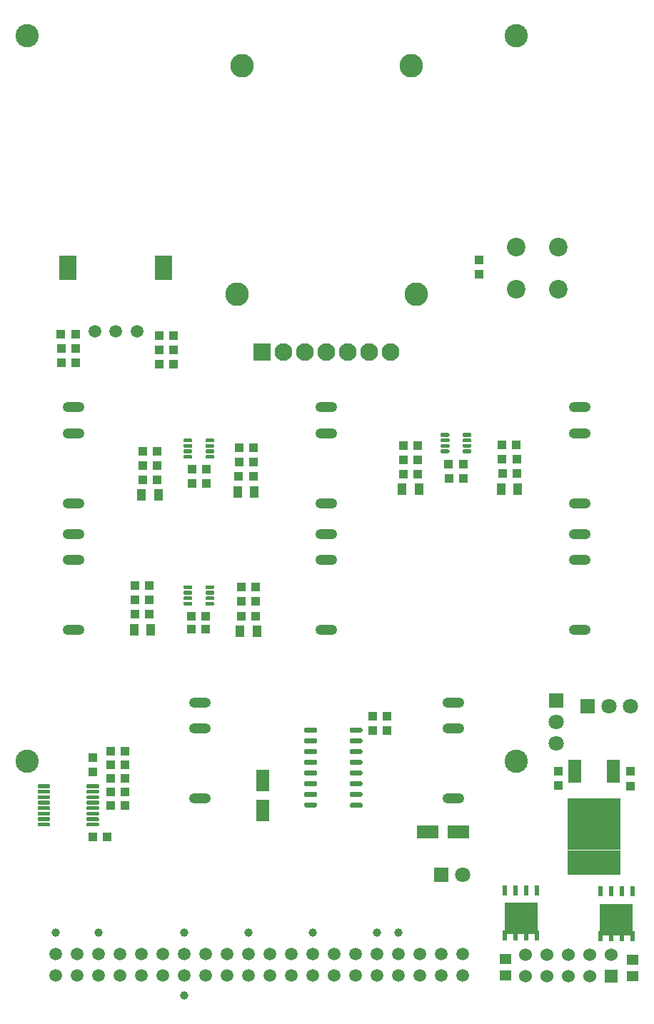
<source format=gts>
%TF.GenerationSoftware,KiCad,Pcbnew,6.0.10-86aedd382b~118~ubuntu22.04.1*%
%TF.CreationDate,2023-01-11T08:47:55-08:00*%
%TF.ProjectId,shield,73686965-6c64-42e6-9b69-6361645f7063,rev?*%
%TF.SameCoordinates,Original*%
%TF.FileFunction,Soldermask,Top*%
%TF.FilePolarity,Negative*%
%FSLAX46Y46*%
G04 Gerber Fmt 4.6, Leading zero omitted, Abs format (unit mm)*
G04 Created by KiCad (PCBNEW 6.0.10-86aedd382b~118~ubuntu22.04.1) date 2023-01-11 08:47:55*
%MOMM*%
%LPD*%
G01*
G04 APERTURE LIST*
%ADD10C,2.760000*%
%ADD11R,1.600000X2.600000*%
%ADD12O,2.600000X1.200000*%
%ADD13R,1.100000X1.000000*%
%ADD14R,1.800000X1.800000*%
%ADD15C,1.800000*%
%ADD16R,1.000000X1.100000*%
%ADD17R,0.610000X1.270000*%
%ADD18R,3.910000X3.750000*%
%ADD19C,2.800000*%
%ADD20R,2.100000X2.100000*%
%ADD21C,2.100000*%
%ADD22R,1.470000X1.285000*%
%ADD23R,1.000000X1.450000*%
%ADD24R,1.500000X2.800000*%
%ADD25C,1.000000*%
%ADD26R,6.300000X6.100000*%
%ADD27R,6.300000X3.000000*%
%ADD28R,2.600000X1.600000*%
%ADD29R,2.000000X3.000000*%
%ADD30C,1.500000*%
%ADD31C,2.200000*%
%ADD32R,1.524000X1.524000*%
%ADD33C,1.524000*%
G04 APERTURE END LIST*
D10*
X82500000Y-130500000D03*
X24500000Y-44500000D03*
X24500000Y-130500000D03*
X82500000Y-44500000D03*
D11*
X52420000Y-132760000D03*
X52420000Y-136360000D03*
D12*
X45000000Y-123520000D03*
X45000000Y-126620000D03*
X45000000Y-134920000D03*
D13*
X69115000Y-93070000D03*
X70815000Y-93070000D03*
X34395000Y-129282500D03*
X36095000Y-129282500D03*
X28520000Y-83260000D03*
X30220000Y-83260000D03*
X38990000Y-113045000D03*
X37290000Y-113045000D03*
X76180000Y-95250000D03*
X74480000Y-95250000D03*
X30220000Y-81570000D03*
X28520000Y-81570000D03*
G36*
G01*
X31520000Y-133562500D02*
X31520000Y-133337500D01*
G75*
G02*
X31632500Y-133225000I112500J0D01*
G01*
X32907500Y-133225000D01*
G75*
G02*
X33020000Y-133337500I0J-112500D01*
G01*
X33020000Y-133562500D01*
G75*
G02*
X32907500Y-133675000I-112500J0D01*
G01*
X31632500Y-133675000D01*
G75*
G02*
X31520000Y-133562500I0J112500D01*
G01*
G37*
G36*
G01*
X31520000Y-134212500D02*
X31520000Y-133987500D01*
G75*
G02*
X31632500Y-133875000I112500J0D01*
G01*
X32907500Y-133875000D01*
G75*
G02*
X33020000Y-133987500I0J-112500D01*
G01*
X33020000Y-134212500D01*
G75*
G02*
X32907500Y-134325000I-112500J0D01*
G01*
X31632500Y-134325000D01*
G75*
G02*
X31520000Y-134212500I0J112500D01*
G01*
G37*
G36*
G01*
X31520000Y-134862500D02*
X31520000Y-134637500D01*
G75*
G02*
X31632500Y-134525000I112500J0D01*
G01*
X32907500Y-134525000D01*
G75*
G02*
X33020000Y-134637500I0J-112500D01*
G01*
X33020000Y-134862500D01*
G75*
G02*
X32907500Y-134975000I-112500J0D01*
G01*
X31632500Y-134975000D01*
G75*
G02*
X31520000Y-134862500I0J112500D01*
G01*
G37*
G36*
G01*
X31520000Y-135512500D02*
X31520000Y-135287500D01*
G75*
G02*
X31632500Y-135175000I112500J0D01*
G01*
X32907500Y-135175000D01*
G75*
G02*
X33020000Y-135287500I0J-112500D01*
G01*
X33020000Y-135512500D01*
G75*
G02*
X32907500Y-135625000I-112500J0D01*
G01*
X31632500Y-135625000D01*
G75*
G02*
X31520000Y-135512500I0J112500D01*
G01*
G37*
G36*
G01*
X31520000Y-136162500D02*
X31520000Y-135937500D01*
G75*
G02*
X31632500Y-135825000I112500J0D01*
G01*
X32907500Y-135825000D01*
G75*
G02*
X33020000Y-135937500I0J-112500D01*
G01*
X33020000Y-136162500D01*
G75*
G02*
X32907500Y-136275000I-112500J0D01*
G01*
X31632500Y-136275000D01*
G75*
G02*
X31520000Y-136162500I0J112500D01*
G01*
G37*
G36*
G01*
X31520000Y-136812500D02*
X31520000Y-136587500D01*
G75*
G02*
X31632500Y-136475000I112500J0D01*
G01*
X32907500Y-136475000D01*
G75*
G02*
X33020000Y-136587500I0J-112500D01*
G01*
X33020000Y-136812500D01*
G75*
G02*
X32907500Y-136925000I-112500J0D01*
G01*
X31632500Y-136925000D01*
G75*
G02*
X31520000Y-136812500I0J112500D01*
G01*
G37*
G36*
G01*
X31520000Y-137462500D02*
X31520000Y-137237500D01*
G75*
G02*
X31632500Y-137125000I112500J0D01*
G01*
X32907500Y-137125000D01*
G75*
G02*
X33020000Y-137237500I0J-112500D01*
G01*
X33020000Y-137462500D01*
G75*
G02*
X32907500Y-137575000I-112500J0D01*
G01*
X31632500Y-137575000D01*
G75*
G02*
X31520000Y-137462500I0J112500D01*
G01*
G37*
G36*
G01*
X31520000Y-138112500D02*
X31520000Y-137887500D01*
G75*
G02*
X31632500Y-137775000I112500J0D01*
G01*
X32907500Y-137775000D01*
G75*
G02*
X33020000Y-137887500I0J-112500D01*
G01*
X33020000Y-138112500D01*
G75*
G02*
X32907500Y-138225000I-112500J0D01*
G01*
X31632500Y-138225000D01*
G75*
G02*
X31520000Y-138112500I0J112500D01*
G01*
G37*
G36*
G01*
X25720000Y-138112500D02*
X25720000Y-137887500D01*
G75*
G02*
X25832500Y-137775000I112500J0D01*
G01*
X27107500Y-137775000D01*
G75*
G02*
X27220000Y-137887500I0J-112500D01*
G01*
X27220000Y-138112500D01*
G75*
G02*
X27107500Y-138225000I-112500J0D01*
G01*
X25832500Y-138225000D01*
G75*
G02*
X25720000Y-138112500I0J112500D01*
G01*
G37*
G36*
G01*
X25720000Y-137462500D02*
X25720000Y-137237500D01*
G75*
G02*
X25832500Y-137125000I112500J0D01*
G01*
X27107500Y-137125000D01*
G75*
G02*
X27220000Y-137237500I0J-112500D01*
G01*
X27220000Y-137462500D01*
G75*
G02*
X27107500Y-137575000I-112500J0D01*
G01*
X25832500Y-137575000D01*
G75*
G02*
X25720000Y-137462500I0J112500D01*
G01*
G37*
G36*
G01*
X25720000Y-136812500D02*
X25720000Y-136587500D01*
G75*
G02*
X25832500Y-136475000I112500J0D01*
G01*
X27107500Y-136475000D01*
G75*
G02*
X27220000Y-136587500I0J-112500D01*
G01*
X27220000Y-136812500D01*
G75*
G02*
X27107500Y-136925000I-112500J0D01*
G01*
X25832500Y-136925000D01*
G75*
G02*
X25720000Y-136812500I0J112500D01*
G01*
G37*
G36*
G01*
X25720000Y-136162500D02*
X25720000Y-135937500D01*
G75*
G02*
X25832500Y-135825000I112500J0D01*
G01*
X27107500Y-135825000D01*
G75*
G02*
X27220000Y-135937500I0J-112500D01*
G01*
X27220000Y-136162500D01*
G75*
G02*
X27107500Y-136275000I-112500J0D01*
G01*
X25832500Y-136275000D01*
G75*
G02*
X25720000Y-136162500I0J112500D01*
G01*
G37*
G36*
G01*
X25720000Y-135512500D02*
X25720000Y-135287500D01*
G75*
G02*
X25832500Y-135175000I112500J0D01*
G01*
X27107500Y-135175000D01*
G75*
G02*
X27220000Y-135287500I0J-112500D01*
G01*
X27220000Y-135512500D01*
G75*
G02*
X27107500Y-135625000I-112500J0D01*
G01*
X25832500Y-135625000D01*
G75*
G02*
X25720000Y-135512500I0J112500D01*
G01*
G37*
G36*
G01*
X25720000Y-134862500D02*
X25720000Y-134637500D01*
G75*
G02*
X25832500Y-134525000I112500J0D01*
G01*
X27107500Y-134525000D01*
G75*
G02*
X27220000Y-134637500I0J-112500D01*
G01*
X27220000Y-134862500D01*
G75*
G02*
X27107500Y-134975000I-112500J0D01*
G01*
X25832500Y-134975000D01*
G75*
G02*
X25720000Y-134862500I0J112500D01*
G01*
G37*
G36*
G01*
X25720000Y-134212500D02*
X25720000Y-133987500D01*
G75*
G02*
X25832500Y-133875000I112500J0D01*
G01*
X27107500Y-133875000D01*
G75*
G02*
X27220000Y-133987500I0J-112500D01*
G01*
X27220000Y-134212500D01*
G75*
G02*
X27107500Y-134325000I-112500J0D01*
G01*
X25832500Y-134325000D01*
G75*
G02*
X25720000Y-134212500I0J112500D01*
G01*
G37*
G36*
G01*
X25720000Y-133562500D02*
X25720000Y-133337500D01*
G75*
G02*
X25832500Y-133225000I112500J0D01*
G01*
X27107500Y-133225000D01*
G75*
G02*
X27220000Y-133337500I0J-112500D01*
G01*
X27220000Y-133562500D01*
G75*
G02*
X27107500Y-133675000I-112500J0D01*
G01*
X25832500Y-133675000D01*
G75*
G02*
X25720000Y-133562500I0J112500D01*
G01*
G37*
D14*
X87200000Y-123290000D03*
D15*
X87200000Y-125830000D03*
X87200000Y-128370000D03*
D13*
X41830000Y-83410000D03*
X40130000Y-83410000D03*
D16*
X32270000Y-131757500D03*
X32270000Y-130057500D03*
D13*
X34395000Y-132507500D03*
X36095000Y-132507500D03*
D17*
X96285000Y-145917500D03*
X95015000Y-145917500D03*
X93745000Y-145917500D03*
X92475000Y-145917500D03*
X92475000Y-151257500D03*
X93745000Y-151257500D03*
X95015000Y-151257500D03*
D18*
X94380000Y-149247500D03*
D17*
X96285000Y-151257500D03*
D19*
X49400000Y-75100000D03*
X70600000Y-75100000D03*
X70000000Y-48000000D03*
X50000000Y-48000000D03*
D20*
X52380000Y-82000000D03*
D21*
X54920000Y-82000000D03*
X57460000Y-82000000D03*
X60000000Y-82000000D03*
X62540000Y-82000000D03*
X65080000Y-82000000D03*
X67620000Y-82000000D03*
D22*
X96260000Y-154037000D03*
X96260000Y-155983000D03*
D13*
X51300000Y-93325000D03*
X49600000Y-93325000D03*
D22*
X81200000Y-153977000D03*
X81200000Y-155923000D03*
D16*
X65470000Y-126818000D03*
X65470000Y-125118000D03*
D23*
X49450000Y-98560000D03*
X51450000Y-98560000D03*
D16*
X87500000Y-131700000D03*
X87500000Y-133400000D03*
D13*
X30210000Y-79880000D03*
X28510000Y-79880000D03*
X51575000Y-109845000D03*
X49875000Y-109845000D03*
D14*
X90960000Y-123950000D03*
D15*
X93500000Y-123950000D03*
X96040000Y-123950000D03*
D13*
X39890000Y-97100000D03*
X38190000Y-97100000D03*
D12*
X60000000Y-88520000D03*
X60000000Y-91620000D03*
X60000000Y-99920000D03*
X60000000Y-103520000D03*
X60000000Y-106620000D03*
X60000000Y-114920000D03*
D13*
X70825000Y-96450000D03*
X69125000Y-96450000D03*
X32270000Y-139432500D03*
X33970000Y-139432500D03*
D23*
X80680000Y-98255000D03*
X82680000Y-98255000D03*
D24*
X94026000Y-131700000D03*
D25*
X92490000Y-143150000D03*
D26*
X91740000Y-137950000D03*
D25*
X89490000Y-143150000D03*
X90990000Y-140150000D03*
X92490000Y-140150000D03*
X90990000Y-143150000D03*
X89490000Y-141650000D03*
X93990000Y-140150000D03*
X93990000Y-143150000D03*
X93990000Y-141650000D03*
X92490000Y-141650000D03*
X90990000Y-141650000D03*
X89490000Y-140150000D03*
D27*
X91740000Y-142500000D03*
D24*
X89454000Y-131700000D03*
D12*
X90000000Y-88520000D03*
X90000000Y-91620000D03*
X90000000Y-99920000D03*
D14*
X73580000Y-143950000D03*
D15*
X76120000Y-143950000D03*
D13*
X69115000Y-94760000D03*
X70815000Y-94760000D03*
X45750000Y-97580000D03*
X44050000Y-97580000D03*
D28*
X75600000Y-138860000D03*
X72000000Y-138860000D03*
G36*
G01*
X43025000Y-92557500D02*
X43025000Y-92332500D01*
G75*
G02*
X43137500Y-92220000I112500J0D01*
G01*
X43962500Y-92220000D01*
G75*
G02*
X44075000Y-92332500I0J-112500D01*
G01*
X44075000Y-92557500D01*
G75*
G02*
X43962500Y-92670000I-112500J0D01*
G01*
X43137500Y-92670000D01*
G75*
G02*
X43025000Y-92557500I0J112500D01*
G01*
G37*
G36*
G01*
X43025000Y-93207500D02*
X43025000Y-92982500D01*
G75*
G02*
X43137500Y-92870000I112500J0D01*
G01*
X43962500Y-92870000D01*
G75*
G02*
X44075000Y-92982500I0J-112500D01*
G01*
X44075000Y-93207500D01*
G75*
G02*
X43962500Y-93320000I-112500J0D01*
G01*
X43137500Y-93320000D01*
G75*
G02*
X43025000Y-93207500I0J112500D01*
G01*
G37*
G36*
G01*
X43025000Y-93857500D02*
X43025000Y-93632500D01*
G75*
G02*
X43137500Y-93520000I112500J0D01*
G01*
X43962500Y-93520000D01*
G75*
G02*
X44075000Y-93632500I0J-112500D01*
G01*
X44075000Y-93857500D01*
G75*
G02*
X43962500Y-93970000I-112500J0D01*
G01*
X43137500Y-93970000D01*
G75*
G02*
X43025000Y-93857500I0J112500D01*
G01*
G37*
G36*
G01*
X43025000Y-94507500D02*
X43025000Y-94282500D01*
G75*
G02*
X43137500Y-94170000I112500J0D01*
G01*
X43962500Y-94170000D01*
G75*
G02*
X44075000Y-94282500I0J-112500D01*
G01*
X44075000Y-94507500D01*
G75*
G02*
X43962500Y-94620000I-112500J0D01*
G01*
X43137500Y-94620000D01*
G75*
G02*
X43025000Y-94507500I0J112500D01*
G01*
G37*
G36*
G01*
X45625000Y-92557500D02*
X45625000Y-92332500D01*
G75*
G02*
X45737500Y-92220000I112500J0D01*
G01*
X46562500Y-92220000D01*
G75*
G02*
X46675000Y-92332500I0J-112500D01*
G01*
X46675000Y-92557500D01*
G75*
G02*
X46562500Y-92670000I-112500J0D01*
G01*
X45737500Y-92670000D01*
G75*
G02*
X45625000Y-92557500I0J112500D01*
G01*
G37*
G36*
G01*
X45625000Y-93207500D02*
X45625000Y-92982500D01*
G75*
G02*
X45737500Y-92870000I112500J0D01*
G01*
X46562500Y-92870000D01*
G75*
G02*
X46675000Y-92982500I0J-112500D01*
G01*
X46675000Y-93207500D01*
G75*
G02*
X46562500Y-93320000I-112500J0D01*
G01*
X45737500Y-93320000D01*
G75*
G02*
X45625000Y-93207500I0J112500D01*
G01*
G37*
G36*
G01*
X45625000Y-93857500D02*
X45625000Y-93632500D01*
G75*
G02*
X45737500Y-93520000I112500J0D01*
G01*
X46562500Y-93520000D01*
G75*
G02*
X46675000Y-93632500I0J-112500D01*
G01*
X46675000Y-93857500D01*
G75*
G02*
X46562500Y-93970000I-112500J0D01*
G01*
X45737500Y-93970000D01*
G75*
G02*
X45625000Y-93857500I0J112500D01*
G01*
G37*
G36*
G01*
X45625000Y-94507500D02*
X45625000Y-94282500D01*
G75*
G02*
X45737500Y-94170000I112500J0D01*
G01*
X46562500Y-94170000D01*
G75*
G02*
X46675000Y-94282500I0J-112500D01*
G01*
X46675000Y-94507500D01*
G75*
G02*
X46562500Y-94620000I-112500J0D01*
G01*
X45737500Y-94620000D01*
G75*
G02*
X45625000Y-94507500I0J112500D01*
G01*
G37*
D12*
X30000000Y-88520000D03*
X30000000Y-91620000D03*
X30000000Y-99920000D03*
D13*
X51575000Y-111555000D03*
X49875000Y-111555000D03*
X49875000Y-113265000D03*
X51575000Y-113265000D03*
D16*
X78110000Y-71030000D03*
X78110000Y-72730000D03*
D23*
X39150000Y-114900000D03*
X37150000Y-114900000D03*
D12*
X75000000Y-123520000D03*
X75000000Y-126620000D03*
X75000000Y-134920000D03*
X30000000Y-103520000D03*
X30000000Y-106620000D03*
X30000000Y-114920000D03*
G36*
G01*
X43025000Y-109967500D02*
X43025000Y-109742500D01*
G75*
G02*
X43137500Y-109630000I112500J0D01*
G01*
X43962500Y-109630000D01*
G75*
G02*
X44075000Y-109742500I0J-112500D01*
G01*
X44075000Y-109967500D01*
G75*
G02*
X43962500Y-110080000I-112500J0D01*
G01*
X43137500Y-110080000D01*
G75*
G02*
X43025000Y-109967500I0J112500D01*
G01*
G37*
G36*
G01*
X43025000Y-110617500D02*
X43025000Y-110392500D01*
G75*
G02*
X43137500Y-110280000I112500J0D01*
G01*
X43962500Y-110280000D01*
G75*
G02*
X44075000Y-110392500I0J-112500D01*
G01*
X44075000Y-110617500D01*
G75*
G02*
X43962500Y-110730000I-112500J0D01*
G01*
X43137500Y-110730000D01*
G75*
G02*
X43025000Y-110617500I0J112500D01*
G01*
G37*
G36*
G01*
X43025000Y-111267500D02*
X43025000Y-111042500D01*
G75*
G02*
X43137500Y-110930000I112500J0D01*
G01*
X43962500Y-110930000D01*
G75*
G02*
X44075000Y-111042500I0J-112500D01*
G01*
X44075000Y-111267500D01*
G75*
G02*
X43962500Y-111380000I-112500J0D01*
G01*
X43137500Y-111380000D01*
G75*
G02*
X43025000Y-111267500I0J112500D01*
G01*
G37*
G36*
G01*
X43025000Y-111917500D02*
X43025000Y-111692500D01*
G75*
G02*
X43137500Y-111580000I112500J0D01*
G01*
X43962500Y-111580000D01*
G75*
G02*
X44075000Y-111692500I0J-112500D01*
G01*
X44075000Y-111917500D01*
G75*
G02*
X43962500Y-112030000I-112500J0D01*
G01*
X43137500Y-112030000D01*
G75*
G02*
X43025000Y-111917500I0J112500D01*
G01*
G37*
G36*
G01*
X45625000Y-109967500D02*
X45625000Y-109742500D01*
G75*
G02*
X45737500Y-109630000I112500J0D01*
G01*
X46562500Y-109630000D01*
G75*
G02*
X46675000Y-109742500I0J-112500D01*
G01*
X46675000Y-109967500D01*
G75*
G02*
X46562500Y-110080000I-112500J0D01*
G01*
X45737500Y-110080000D01*
G75*
G02*
X45625000Y-109967500I0J112500D01*
G01*
G37*
G36*
G01*
X45625000Y-110617500D02*
X45625000Y-110392500D01*
G75*
G02*
X45737500Y-110280000I112500J0D01*
G01*
X46562500Y-110280000D01*
G75*
G02*
X46675000Y-110392500I0J-112500D01*
G01*
X46675000Y-110617500D01*
G75*
G02*
X46562500Y-110730000I-112500J0D01*
G01*
X45737500Y-110730000D01*
G75*
G02*
X45625000Y-110617500I0J112500D01*
G01*
G37*
G36*
G01*
X45625000Y-111267500D02*
X45625000Y-111042500D01*
G75*
G02*
X45737500Y-110930000I112500J0D01*
G01*
X46562500Y-110930000D01*
G75*
G02*
X46675000Y-111042500I0J-112500D01*
G01*
X46675000Y-111267500D01*
G75*
G02*
X46562500Y-111380000I-112500J0D01*
G01*
X45737500Y-111380000D01*
G75*
G02*
X45625000Y-111267500I0J112500D01*
G01*
G37*
G36*
G01*
X45625000Y-111917500D02*
X45625000Y-111692500D01*
G75*
G02*
X45737500Y-111580000I112500J0D01*
G01*
X46562500Y-111580000D01*
G75*
G02*
X46675000Y-111692500I0J-112500D01*
G01*
X46675000Y-111917500D01*
G75*
G02*
X46562500Y-112030000I-112500J0D01*
G01*
X45737500Y-112030000D01*
G75*
G02*
X45625000Y-111917500I0J112500D01*
G01*
G37*
D23*
X70975000Y-98250000D03*
X68975000Y-98250000D03*
D13*
X38190000Y-95410000D03*
X39890000Y-95410000D03*
X45760000Y-95880000D03*
X44060000Y-95880000D03*
X34395000Y-130907500D03*
X36095000Y-130907500D03*
X37290000Y-109645000D03*
X38990000Y-109645000D03*
D29*
X40700000Y-72000000D03*
X29300000Y-72000000D03*
D30*
X32500000Y-79500000D03*
X35000000Y-79500000D03*
X37500000Y-79500000D03*
D23*
X40050000Y-98900000D03*
X38050000Y-98900000D03*
D13*
X40120000Y-80020000D03*
X41820000Y-80020000D03*
X37290000Y-111345000D03*
X38990000Y-111345000D03*
X38190000Y-93720000D03*
X39890000Y-93720000D03*
X41830000Y-81720000D03*
X40130000Y-81720000D03*
G36*
G01*
X57350000Y-126955000D02*
X57350000Y-126655000D01*
G75*
G02*
X57500000Y-126505000I150000J0D01*
G01*
X58700000Y-126505000D01*
G75*
G02*
X58850000Y-126655000I0J-150000D01*
G01*
X58850000Y-126955000D01*
G75*
G02*
X58700000Y-127105000I-150000J0D01*
G01*
X57500000Y-127105000D01*
G75*
G02*
X57350000Y-126955000I0J150000D01*
G01*
G37*
G36*
G01*
X57350000Y-128225000D02*
X57350000Y-127925000D01*
G75*
G02*
X57500000Y-127775000I150000J0D01*
G01*
X58700000Y-127775000D01*
G75*
G02*
X58850000Y-127925000I0J-150000D01*
G01*
X58850000Y-128225000D01*
G75*
G02*
X58700000Y-128375000I-150000J0D01*
G01*
X57500000Y-128375000D01*
G75*
G02*
X57350000Y-128225000I0J150000D01*
G01*
G37*
G36*
G01*
X57350000Y-129495000D02*
X57350000Y-129195000D01*
G75*
G02*
X57500000Y-129045000I150000J0D01*
G01*
X58700000Y-129045000D01*
G75*
G02*
X58850000Y-129195000I0J-150000D01*
G01*
X58850000Y-129495000D01*
G75*
G02*
X58700000Y-129645000I-150000J0D01*
G01*
X57500000Y-129645000D01*
G75*
G02*
X57350000Y-129495000I0J150000D01*
G01*
G37*
G36*
G01*
X57350000Y-130765000D02*
X57350000Y-130465000D01*
G75*
G02*
X57500000Y-130315000I150000J0D01*
G01*
X58700000Y-130315000D01*
G75*
G02*
X58850000Y-130465000I0J-150000D01*
G01*
X58850000Y-130765000D01*
G75*
G02*
X58700000Y-130915000I-150000J0D01*
G01*
X57500000Y-130915000D01*
G75*
G02*
X57350000Y-130765000I0J150000D01*
G01*
G37*
G36*
G01*
X57350000Y-132035000D02*
X57350000Y-131735000D01*
G75*
G02*
X57500000Y-131585000I150000J0D01*
G01*
X58700000Y-131585000D01*
G75*
G02*
X58850000Y-131735000I0J-150000D01*
G01*
X58850000Y-132035000D01*
G75*
G02*
X58700000Y-132185000I-150000J0D01*
G01*
X57500000Y-132185000D01*
G75*
G02*
X57350000Y-132035000I0J150000D01*
G01*
G37*
G36*
G01*
X57350000Y-133305000D02*
X57350000Y-133005000D01*
G75*
G02*
X57500000Y-132855000I150000J0D01*
G01*
X58700000Y-132855000D01*
G75*
G02*
X58850000Y-133005000I0J-150000D01*
G01*
X58850000Y-133305000D01*
G75*
G02*
X58700000Y-133455000I-150000J0D01*
G01*
X57500000Y-133455000D01*
G75*
G02*
X57350000Y-133305000I0J150000D01*
G01*
G37*
G36*
G01*
X57350000Y-134575000D02*
X57350000Y-134275000D01*
G75*
G02*
X57500000Y-134125000I150000J0D01*
G01*
X58700000Y-134125000D01*
G75*
G02*
X58850000Y-134275000I0J-150000D01*
G01*
X58850000Y-134575000D01*
G75*
G02*
X58700000Y-134725000I-150000J0D01*
G01*
X57500000Y-134725000D01*
G75*
G02*
X57350000Y-134575000I0J150000D01*
G01*
G37*
G36*
G01*
X57350000Y-135825000D02*
X57350000Y-135525000D01*
G75*
G02*
X57500000Y-135375000I150000J0D01*
G01*
X58700000Y-135375000D01*
G75*
G02*
X58850000Y-135525000I0J-150000D01*
G01*
X58850000Y-135825000D01*
G75*
G02*
X58700000Y-135975000I-150000J0D01*
G01*
X57500000Y-135975000D01*
G75*
G02*
X57350000Y-135825000I0J150000D01*
G01*
G37*
G36*
G01*
X62750000Y-135875000D02*
X62750000Y-135575000D01*
G75*
G02*
X62900000Y-135425000I150000J0D01*
G01*
X64100000Y-135425000D01*
G75*
G02*
X64250000Y-135575000I0J-150000D01*
G01*
X64250000Y-135875000D01*
G75*
G02*
X64100000Y-136025000I-150000J0D01*
G01*
X62900000Y-136025000D01*
G75*
G02*
X62750000Y-135875000I0J150000D01*
G01*
G37*
G36*
G01*
X62750000Y-134575000D02*
X62750000Y-134275000D01*
G75*
G02*
X62900000Y-134125000I150000J0D01*
G01*
X64100000Y-134125000D01*
G75*
G02*
X64250000Y-134275000I0J-150000D01*
G01*
X64250000Y-134575000D01*
G75*
G02*
X64100000Y-134725000I-150000J0D01*
G01*
X62900000Y-134725000D01*
G75*
G02*
X62750000Y-134575000I0J150000D01*
G01*
G37*
G36*
G01*
X62750000Y-133305000D02*
X62750000Y-133005000D01*
G75*
G02*
X62900000Y-132855000I150000J0D01*
G01*
X64100000Y-132855000D01*
G75*
G02*
X64250000Y-133005000I0J-150000D01*
G01*
X64250000Y-133305000D01*
G75*
G02*
X64100000Y-133455000I-150000J0D01*
G01*
X62900000Y-133455000D01*
G75*
G02*
X62750000Y-133305000I0J150000D01*
G01*
G37*
G36*
G01*
X62750000Y-132035000D02*
X62750000Y-131735000D01*
G75*
G02*
X62900000Y-131585000I150000J0D01*
G01*
X64100000Y-131585000D01*
G75*
G02*
X64250000Y-131735000I0J-150000D01*
G01*
X64250000Y-132035000D01*
G75*
G02*
X64100000Y-132185000I-150000J0D01*
G01*
X62900000Y-132185000D01*
G75*
G02*
X62750000Y-132035000I0J150000D01*
G01*
G37*
G36*
G01*
X62750000Y-130765000D02*
X62750000Y-130465000D01*
G75*
G02*
X62900000Y-130315000I150000J0D01*
G01*
X64100000Y-130315000D01*
G75*
G02*
X64250000Y-130465000I0J-150000D01*
G01*
X64250000Y-130765000D01*
G75*
G02*
X64100000Y-130915000I-150000J0D01*
G01*
X62900000Y-130915000D01*
G75*
G02*
X62750000Y-130765000I0J150000D01*
G01*
G37*
G36*
G01*
X62750000Y-129495000D02*
X62750000Y-129195000D01*
G75*
G02*
X62900000Y-129045000I150000J0D01*
G01*
X64100000Y-129045000D01*
G75*
G02*
X64250000Y-129195000I0J-150000D01*
G01*
X64250000Y-129495000D01*
G75*
G02*
X64100000Y-129645000I-150000J0D01*
G01*
X62900000Y-129645000D01*
G75*
G02*
X62750000Y-129495000I0J150000D01*
G01*
G37*
G36*
G01*
X62750000Y-128225000D02*
X62750000Y-127925000D01*
G75*
G02*
X62900000Y-127775000I150000J0D01*
G01*
X64100000Y-127775000D01*
G75*
G02*
X64250000Y-127925000I0J-150000D01*
G01*
X64250000Y-128225000D01*
G75*
G02*
X64100000Y-128375000I-150000J0D01*
G01*
X62900000Y-128375000D01*
G75*
G02*
X62750000Y-128225000I0J150000D01*
G01*
G37*
G36*
G01*
X62750000Y-126955000D02*
X62750000Y-126655000D01*
G75*
G02*
X62900000Y-126505000I150000J0D01*
G01*
X64100000Y-126505000D01*
G75*
G02*
X64250000Y-126655000I0J-150000D01*
G01*
X64250000Y-126955000D01*
G75*
G02*
X64100000Y-127105000I-150000J0D01*
G01*
X62900000Y-127105000D01*
G75*
G02*
X62750000Y-126955000I0J150000D01*
G01*
G37*
X82525000Y-92950000D03*
X80825000Y-92950000D03*
X45680000Y-113275000D03*
X43980000Y-113275000D03*
D16*
X67180000Y-126818000D03*
X67180000Y-125118000D03*
D13*
X49590000Y-96715000D03*
X51290000Y-96715000D03*
D17*
X84975000Y-145767500D03*
X83705000Y-145767500D03*
X82435000Y-145767500D03*
X81165000Y-145767500D03*
X81165000Y-151107500D03*
X82435000Y-151107500D03*
X83705000Y-151107500D03*
D18*
X83070000Y-149097500D03*
D17*
X84975000Y-151107500D03*
D13*
X36070000Y-135707500D03*
X34370000Y-135707500D03*
X45680000Y-114860000D03*
X43980000Y-114860000D03*
D31*
X82500000Y-69500000D03*
X87500000Y-69500000D03*
X82500000Y-74500000D03*
X87500000Y-74500000D03*
D13*
X34395000Y-134107500D03*
X36095000Y-134107500D03*
X82535000Y-94650000D03*
X80835000Y-94650000D03*
G36*
G01*
X73525000Y-91907500D02*
X73525000Y-91682500D01*
G75*
G02*
X73637500Y-91570000I112500J0D01*
G01*
X74462500Y-91570000D01*
G75*
G02*
X74575000Y-91682500I0J-112500D01*
G01*
X74575000Y-91907500D01*
G75*
G02*
X74462500Y-92020000I-112500J0D01*
G01*
X73637500Y-92020000D01*
G75*
G02*
X73525000Y-91907500I0J112500D01*
G01*
G37*
G36*
G01*
X73525000Y-92557500D02*
X73525000Y-92332500D01*
G75*
G02*
X73637500Y-92220000I112500J0D01*
G01*
X74462500Y-92220000D01*
G75*
G02*
X74575000Y-92332500I0J-112500D01*
G01*
X74575000Y-92557500D01*
G75*
G02*
X74462500Y-92670000I-112500J0D01*
G01*
X73637500Y-92670000D01*
G75*
G02*
X73525000Y-92557500I0J112500D01*
G01*
G37*
G36*
G01*
X73525000Y-93207500D02*
X73525000Y-92982500D01*
G75*
G02*
X73637500Y-92870000I112500J0D01*
G01*
X74462500Y-92870000D01*
G75*
G02*
X74575000Y-92982500I0J-112500D01*
G01*
X74575000Y-93207500D01*
G75*
G02*
X74462500Y-93320000I-112500J0D01*
G01*
X73637500Y-93320000D01*
G75*
G02*
X73525000Y-93207500I0J112500D01*
G01*
G37*
G36*
G01*
X73525000Y-93857500D02*
X73525000Y-93632500D01*
G75*
G02*
X73637500Y-93520000I112500J0D01*
G01*
X74462500Y-93520000D01*
G75*
G02*
X74575000Y-93632500I0J-112500D01*
G01*
X74575000Y-93857500D01*
G75*
G02*
X74462500Y-93970000I-112500J0D01*
G01*
X73637500Y-93970000D01*
G75*
G02*
X73525000Y-93857500I0J112500D01*
G01*
G37*
G36*
G01*
X76125000Y-91907500D02*
X76125000Y-91682500D01*
G75*
G02*
X76237500Y-91570000I112500J0D01*
G01*
X77062500Y-91570000D01*
G75*
G02*
X77175000Y-91682500I0J-112500D01*
G01*
X77175000Y-91907500D01*
G75*
G02*
X77062500Y-92020000I-112500J0D01*
G01*
X76237500Y-92020000D01*
G75*
G02*
X76125000Y-91907500I0J112500D01*
G01*
G37*
G36*
G01*
X76125000Y-92557500D02*
X76125000Y-92332500D01*
G75*
G02*
X76237500Y-92220000I112500J0D01*
G01*
X77062500Y-92220000D01*
G75*
G02*
X77175000Y-92332500I0J-112500D01*
G01*
X77175000Y-92557500D01*
G75*
G02*
X77062500Y-92670000I-112500J0D01*
G01*
X76237500Y-92670000D01*
G75*
G02*
X76125000Y-92557500I0J112500D01*
G01*
G37*
G36*
G01*
X76125000Y-93207500D02*
X76125000Y-92982500D01*
G75*
G02*
X76237500Y-92870000I112500J0D01*
G01*
X77062500Y-92870000D01*
G75*
G02*
X77175000Y-92982500I0J-112500D01*
G01*
X77175000Y-93207500D01*
G75*
G02*
X77062500Y-93320000I-112500J0D01*
G01*
X76237500Y-93320000D01*
G75*
G02*
X76125000Y-93207500I0J112500D01*
G01*
G37*
G36*
G01*
X76125000Y-93857500D02*
X76125000Y-93632500D01*
G75*
G02*
X76237500Y-93520000I112500J0D01*
G01*
X77062500Y-93520000D01*
G75*
G02*
X77175000Y-93632500I0J-112500D01*
G01*
X77175000Y-93857500D01*
G75*
G02*
X77062500Y-93970000I-112500J0D01*
G01*
X76237500Y-93970000D01*
G75*
G02*
X76125000Y-93857500I0J112500D01*
G01*
G37*
X51300000Y-95025000D03*
X49600000Y-95025000D03*
D23*
X49725000Y-115075000D03*
X51725000Y-115075000D03*
D13*
X80845000Y-96360000D03*
X82545000Y-96360000D03*
D16*
X96020000Y-131710000D03*
X96020000Y-133410000D03*
D13*
X76190000Y-96980000D03*
X74490000Y-96980000D03*
D12*
X90000000Y-103520000D03*
X90000000Y-106620000D03*
X90000000Y-114920000D03*
D25*
X43100000Y-158250000D03*
X43100000Y-150800000D03*
X58350000Y-150800000D03*
D32*
X93760000Y-155960000D03*
D33*
X93760000Y-153420000D03*
X91220000Y-155960000D03*
X91220000Y-153420000D03*
X88680000Y-155960000D03*
X88680000Y-153420000D03*
X86140000Y-155960000D03*
X86140000Y-153420000D03*
X83600000Y-155960000D03*
X83600000Y-153420000D03*
D25*
X66000000Y-150800000D03*
D30*
X76130000Y-155875000D03*
X76130000Y-153335000D03*
X73590000Y-155875000D03*
X73590000Y-153335000D03*
X71050000Y-155875000D03*
X71050000Y-153335000D03*
X68510000Y-155875000D03*
X68510000Y-153335000D03*
X65970000Y-155875000D03*
X65970000Y-153335000D03*
X63430000Y-155875000D03*
X63430000Y-153335000D03*
X60890000Y-155875000D03*
X60890000Y-153335000D03*
X58350000Y-155875000D03*
X58350000Y-153335000D03*
X55810000Y-155875000D03*
X55810000Y-153335000D03*
X53270000Y-155875000D03*
X53270000Y-153335000D03*
X50730000Y-155875000D03*
X50730000Y-153335000D03*
X48190000Y-155875000D03*
X48190000Y-153335000D03*
X45650000Y-155875000D03*
X45650000Y-153335000D03*
X43110000Y-155875000D03*
X43110000Y-153335000D03*
X40570000Y-155875000D03*
X40570000Y-153335000D03*
X38030000Y-155875000D03*
X38030000Y-153335000D03*
X35490000Y-155875000D03*
X35490000Y-153335000D03*
X32950000Y-155875000D03*
X32950000Y-153335000D03*
X30410000Y-155875000D03*
X30410000Y-153335000D03*
X27870000Y-155875000D03*
X27870000Y-153335000D03*
D25*
X68550000Y-150800000D03*
X32950000Y-150800000D03*
X27900000Y-150800000D03*
X50750000Y-150800000D03*
M02*

</source>
